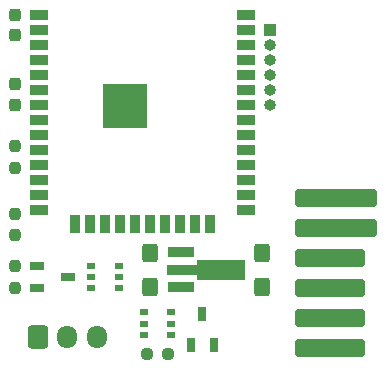
<source format=gts>
%TF.GenerationSoftware,KiCad,Pcbnew,7.0.5-7.0.5~ubuntu22.04.1*%
%TF.CreationDate,2023-06-28T22:22:45+02:00*%
%TF.ProjectId,BatMon,4261744d-6f6e-42e6-9b69-6361645f7063,rev?*%
%TF.SameCoordinates,Original*%
%TF.FileFunction,Soldermask,Top*%
%TF.FilePolarity,Negative*%
%FSLAX46Y46*%
G04 Gerber Fmt 4.6, Leading zero omitted, Abs format (unit mm)*
G04 Created by KiCad (PCBNEW 7.0.5-7.0.5~ubuntu22.04.1) date 2023-06-28 22:22:45*
%MOMM*%
%LPD*%
G01*
G04 APERTURE LIST*
G04 Aperture macros list*
%AMRoundRect*
0 Rectangle with rounded corners*
0 $1 Rounding radius*
0 $2 $3 $4 $5 $6 $7 $8 $9 X,Y pos of 4 corners*
0 Add a 4 corners polygon primitive as box body*
4,1,4,$2,$3,$4,$5,$6,$7,$8,$9,$2,$3,0*
0 Add four circle primitives for the rounded corners*
1,1,$1+$1,$2,$3*
1,1,$1+$1,$4,$5*
1,1,$1+$1,$6,$7*
1,1,$1+$1,$8,$9*
0 Add four rect primitives between the rounded corners*
20,1,$1+$1,$2,$3,$4,$5,0*
20,1,$1+$1,$4,$5,$6,$7,0*
20,1,$1+$1,$6,$7,$8,$9,0*
20,1,$1+$1,$8,$9,$2,$3,0*%
%AMFreePoly0*
4,1,9,5.362500,-0.866500,1.237500,-0.866500,1.237500,-0.450000,-1.237500,-0.450000,-1.237500,0.450000,1.237500,0.450000,1.237500,0.866500,5.362500,0.866500,5.362500,-0.866500,5.362500,-0.866500,$1*%
G04 Aperture macros list end*
%ADD10RoundRect,0.237500X-0.250000X-0.237500X0.250000X-0.237500X0.250000X0.237500X-0.250000X0.237500X0*%
%ADD11RoundRect,0.237500X-0.237500X0.250000X-0.237500X-0.250000X0.237500X-0.250000X0.237500X0.250000X0*%
%ADD12RoundRect,0.400000X3.100000X-0.400000X3.100000X0.400000X-3.100000X0.400000X-3.100000X-0.400000X0*%
%ADD13RoundRect,0.400000X2.600000X-0.400000X2.600000X0.400000X-2.600000X0.400000X-2.600000X-0.400000X0*%
%ADD14R,1.220000X0.650000*%
%ADD15RoundRect,0.237500X0.237500X-0.250000X0.237500X0.250000X-0.237500X0.250000X-0.237500X-0.250000X0*%
%ADD16RoundRect,0.237500X0.237500X-0.300000X0.237500X0.300000X-0.237500X0.300000X-0.237500X-0.300000X0*%
%ADD17R,1.500000X0.900000*%
%ADD18R,0.900000X1.500000*%
%ADD19C,0.600000*%
%ADD20R,3.800000X3.800000*%
%ADD21R,0.700000X0.510000*%
%ADD22RoundRect,0.250000X0.425000X-0.537500X0.425000X0.537500X-0.425000X0.537500X-0.425000X-0.537500X0*%
%ADD23R,2.300000X0.900000*%
%ADD24FreePoly0,0.000000*%
%ADD25R,1.000000X1.000000*%
%ADD26O,1.000000X1.000000*%
%ADD27R,0.650000X1.220000*%
%ADD28RoundRect,0.250000X-0.600000X-0.725000X0.600000X-0.725000X0.600000X0.725000X-0.600000X0.725000X0*%
%ADD29O,1.700000X1.950000*%
%ADD30RoundRect,0.237500X-0.237500X0.287500X-0.237500X-0.287500X0.237500X-0.287500X0.237500X0.287500X0*%
G04 APERTURE END LIST*
D10*
X132437500Y-85852000D03*
X134262500Y-85852000D03*
D11*
X121285000Y-68302500D03*
X121285000Y-70127500D03*
D12*
X148500000Y-72650000D03*
X148500000Y-75190000D03*
D13*
X148000000Y-77730000D03*
X148000000Y-80270000D03*
X148000000Y-82810000D03*
X148000000Y-85350000D03*
D14*
X123150000Y-78425000D03*
X123150000Y-80325000D03*
X125770000Y-79375000D03*
D15*
X121285000Y-80287500D03*
X121285000Y-78462500D03*
D16*
X121285000Y-58875000D03*
X121285000Y-57150000D03*
D17*
X123330000Y-57150000D03*
X123330000Y-58420000D03*
X123330000Y-59690000D03*
X123330000Y-60960000D03*
X123330000Y-62230000D03*
X123330000Y-63500000D03*
X123330000Y-64770000D03*
X123330000Y-66040000D03*
X123330000Y-67310000D03*
X123330000Y-68580000D03*
X123330000Y-69850000D03*
X123330000Y-71120000D03*
X123330000Y-72390000D03*
X123330000Y-73660000D03*
D18*
X126370000Y-74910000D03*
X127640000Y-74910000D03*
X128910000Y-74910000D03*
X130180000Y-74910000D03*
X131450000Y-74910000D03*
X132720000Y-74910000D03*
X133990000Y-74910000D03*
X135260000Y-74910000D03*
X136530000Y-74910000D03*
X137800000Y-74910000D03*
D17*
X140830000Y-73660000D03*
X140830000Y-72390000D03*
X140830000Y-71120000D03*
X140830000Y-69850000D03*
X140830000Y-68580000D03*
X140830000Y-67310000D03*
X140830000Y-66040000D03*
X140830000Y-64770000D03*
X140830000Y-63500000D03*
X140830000Y-62230000D03*
X140830000Y-60960000D03*
X140830000Y-59690000D03*
X140830000Y-58420000D03*
X140830000Y-57150000D03*
D19*
X129180000Y-64170000D03*
X129180000Y-65570000D03*
X129880000Y-63470000D03*
X129880000Y-64870000D03*
X129880000Y-66270000D03*
X130555000Y-64170000D03*
X130555000Y-65570000D03*
D20*
X130580000Y-64870000D03*
D19*
X131280000Y-63470000D03*
X131280000Y-64870000D03*
X131280000Y-66270000D03*
X131980000Y-64170000D03*
X131980000Y-65570000D03*
D21*
X130065000Y-80325000D03*
X130065000Y-79375000D03*
X130065000Y-78425000D03*
X127745000Y-78425000D03*
X127745000Y-79375000D03*
X127745000Y-80325000D03*
D22*
X142240000Y-80177500D03*
X142240000Y-77302500D03*
D23*
X135345000Y-77240000D03*
D24*
X135432500Y-78740000D03*
D23*
X135345000Y-80240000D03*
D22*
X132715000Y-80177500D03*
X132715000Y-77302500D03*
D25*
X142875000Y-58420000D03*
D26*
X142875000Y-59690000D03*
X142875000Y-60960000D03*
X142875000Y-62230000D03*
X142875000Y-63500000D03*
X142875000Y-64770000D03*
D21*
X134510000Y-84262000D03*
X134510000Y-83312000D03*
X134510000Y-82362000D03*
X132190000Y-82362000D03*
X132190000Y-83312000D03*
X132190000Y-84262000D03*
D27*
X136210000Y-85130000D03*
X138110000Y-85130000D03*
X137160000Y-82510000D03*
D11*
X121285000Y-74017500D03*
X121285000Y-75842500D03*
D28*
X123230000Y-84455000D03*
D29*
X125730000Y-84455000D03*
X128230000Y-84455000D03*
D30*
X121285000Y-63020000D03*
X121285000Y-64770000D03*
M02*

</source>
